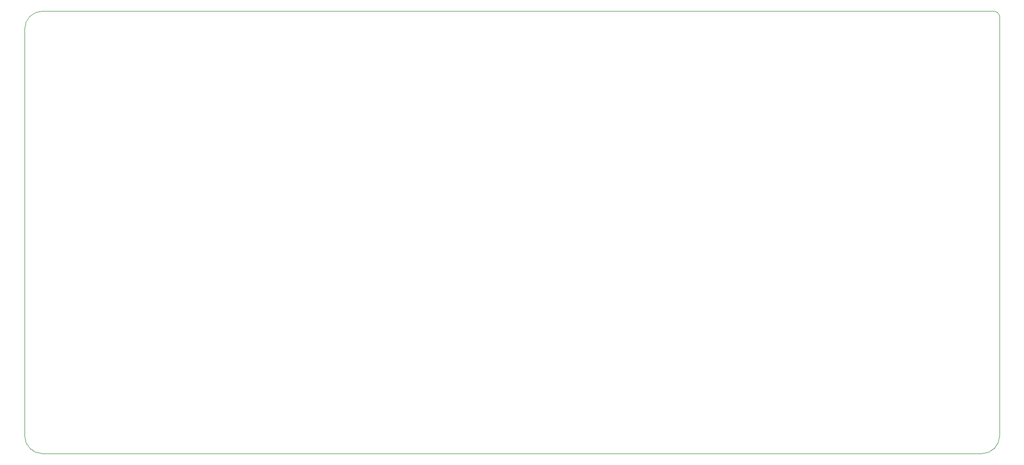
<source format=gbr>
%TF.GenerationSoftware,KiCad,Pcbnew,7.0.8-7.0.8~ubuntu22.04.1*%
%TF.CreationDate,2023-11-12T23:59:41-08:00*%
%TF.ProjectId,corevus-g,636f7265-7675-4732-9d67-2e6b69636164,rev?*%
%TF.SameCoordinates,Original*%
%TF.FileFunction,Profile,NP*%
%FSLAX46Y46*%
G04 Gerber Fmt 4.6, Leading zero omitted, Abs format (unit mm)*
G04 Created by KiCad (PCBNEW 7.0.8-7.0.8~ubuntu22.04.1) date 2023-11-12 23:59:41*
%MOMM*%
%LPD*%
G01*
G04 APERTURE LIST*
%TA.AperFunction,Profile*%
%ADD10C,0.100000*%
%TD*%
G04 APERTURE END LIST*
D10*
X43000000Y-40000000D02*
G75*
G03*
X40000000Y-43000000I0J-3000000D01*
G01*
X204000000Y-40000000D02*
X43000000Y-40000000D01*
X40000000Y-43000000D02*
X40000000Y-112000000D01*
X205000000Y-112000000D02*
X205000000Y-41000000D01*
X43000000Y-115000000D02*
X201999999Y-115000000D01*
X201999999Y-115000000D02*
G75*
G03*
X205000000Y-112000000I1J3000000D01*
G01*
X205000000Y-41000000D02*
G75*
G03*
X204000000Y-40000000I-1000000J0D01*
G01*
X40000000Y-112000000D02*
G75*
G03*
X43000000Y-115000000I3000000J0D01*
G01*
M02*

</source>
